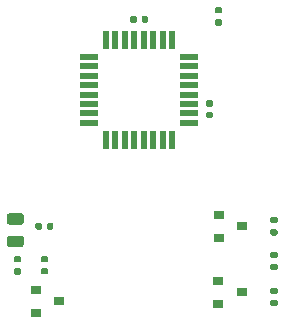
<source format=gtp>
%TF.GenerationSoftware,KiCad,Pcbnew,5.1.10-88a1d61d58~88~ubuntu18.04.1*%
%TF.CreationDate,2021-08-09T12:07:12+05:30*%
%TF.ProjectId,dhadak,64686164-616b-42e6-9b69-6361645f7063,1*%
%TF.SameCoordinates,Original*%
%TF.FileFunction,Paste,Top*%
%TF.FilePolarity,Positive*%
%FSLAX46Y46*%
G04 Gerber Fmt 4.6, Leading zero omitted, Abs format (unit mm)*
G04 Created by KiCad (PCBNEW 5.1.10-88a1d61d58~88~ubuntu18.04.1) date 2021-08-09 12:07:12*
%MOMM*%
%LPD*%
G01*
G04 APERTURE LIST*
%ADD10R,0.900000X0.800000*%
%ADD11R,1.600000X0.550000*%
%ADD12R,0.550000X1.600000*%
G04 APERTURE END LIST*
%TO.C,C8*%
G36*
G01*
X121201200Y-119006200D02*
X120251200Y-119006200D01*
G75*
G02*
X120001200Y-118756200I0J250000D01*
G01*
X120001200Y-118256200D01*
G75*
G02*
X120251200Y-118006200I250000J0D01*
G01*
X121201200Y-118006200D01*
G75*
G02*
X121451200Y-118256200I0J-250000D01*
G01*
X121451200Y-118756200D01*
G75*
G02*
X121201200Y-119006200I-250000J0D01*
G01*
G37*
G36*
G01*
X121201200Y-120906200D02*
X120251200Y-120906200D01*
G75*
G02*
X120001200Y-120656200I0J250000D01*
G01*
X120001200Y-120156200D01*
G75*
G02*
X120251200Y-119906200I250000J0D01*
G01*
X121201200Y-119906200D01*
G75*
G02*
X121451200Y-120156200I0J-250000D01*
G01*
X121451200Y-120656200D01*
G75*
G02*
X121201200Y-120906200I-250000J0D01*
G01*
G37*
%TD*%
%TO.C,R3*%
G36*
G01*
X138107000Y-101106000D02*
X137737000Y-101106000D01*
G75*
G02*
X137602000Y-100971000I0J135000D01*
G01*
X137602000Y-100701000D01*
G75*
G02*
X137737000Y-100566000I135000J0D01*
G01*
X138107000Y-100566000D01*
G75*
G02*
X138242000Y-100701000I0J-135000D01*
G01*
X138242000Y-100971000D01*
G75*
G02*
X138107000Y-101106000I-135000J0D01*
G01*
G37*
G36*
G01*
X138107000Y-102126000D02*
X137737000Y-102126000D01*
G75*
G02*
X137602000Y-101991000I0J135000D01*
G01*
X137602000Y-101721000D01*
G75*
G02*
X137737000Y-101586000I135000J0D01*
G01*
X138107000Y-101586000D01*
G75*
G02*
X138242000Y-101721000I0J-135000D01*
G01*
X138242000Y-101991000D01*
G75*
G02*
X138107000Y-102126000I-135000J0D01*
G01*
G37*
%TD*%
%TO.C,R13*%
G36*
G01*
X121089000Y-122190000D02*
X120719000Y-122190000D01*
G75*
G02*
X120584000Y-122055000I0J135000D01*
G01*
X120584000Y-121785000D01*
G75*
G02*
X120719000Y-121650000I135000J0D01*
G01*
X121089000Y-121650000D01*
G75*
G02*
X121224000Y-121785000I0J-135000D01*
G01*
X121224000Y-122055000D01*
G75*
G02*
X121089000Y-122190000I-135000J0D01*
G01*
G37*
G36*
G01*
X121089000Y-123210000D02*
X120719000Y-123210000D01*
G75*
G02*
X120584000Y-123075000I0J135000D01*
G01*
X120584000Y-122805000D01*
G75*
G02*
X120719000Y-122670000I135000J0D01*
G01*
X121089000Y-122670000D01*
G75*
G02*
X121224000Y-122805000I0J-135000D01*
G01*
X121224000Y-123075000D01*
G75*
G02*
X121089000Y-123210000I-135000J0D01*
G01*
G37*
%TD*%
%TO.C,R12*%
G36*
G01*
X123375000Y-122186000D02*
X123005000Y-122186000D01*
G75*
G02*
X122870000Y-122051000I0J135000D01*
G01*
X122870000Y-121781000D01*
G75*
G02*
X123005000Y-121646000I135000J0D01*
G01*
X123375000Y-121646000D01*
G75*
G02*
X123510000Y-121781000I0J-135000D01*
G01*
X123510000Y-122051000D01*
G75*
G02*
X123375000Y-122186000I-135000J0D01*
G01*
G37*
G36*
G01*
X123375000Y-123206000D02*
X123005000Y-123206000D01*
G75*
G02*
X122870000Y-123071000I0J135000D01*
G01*
X122870000Y-122801000D01*
G75*
G02*
X123005000Y-122666000I135000J0D01*
G01*
X123375000Y-122666000D01*
G75*
G02*
X123510000Y-122801000I0J-135000D01*
G01*
X123510000Y-123071000D01*
G75*
G02*
X123375000Y-123206000I-135000J0D01*
G01*
G37*
%TD*%
%TO.C,R11*%
G36*
G01*
X142806000Y-119906000D02*
X142436000Y-119906000D01*
G75*
G02*
X142301000Y-119771000I0J135000D01*
G01*
X142301000Y-119501000D01*
G75*
G02*
X142436000Y-119366000I135000J0D01*
G01*
X142806000Y-119366000D01*
G75*
G02*
X142941000Y-119501000I0J-135000D01*
G01*
X142941000Y-119771000D01*
G75*
G02*
X142806000Y-119906000I-135000J0D01*
G01*
G37*
G36*
G01*
X142806000Y-118886000D02*
X142436000Y-118886000D01*
G75*
G02*
X142301000Y-118751000I0J135000D01*
G01*
X142301000Y-118481000D01*
G75*
G02*
X142436000Y-118346000I135000J0D01*
G01*
X142806000Y-118346000D01*
G75*
G02*
X142941000Y-118481000I0J-135000D01*
G01*
X142941000Y-118751000D01*
G75*
G02*
X142806000Y-118886000I-135000J0D01*
G01*
G37*
%TD*%
%TO.C,R10*%
G36*
G01*
X142436000Y-125337000D02*
X142806000Y-125337000D01*
G75*
G02*
X142941000Y-125472000I0J-135000D01*
G01*
X142941000Y-125742000D01*
G75*
G02*
X142806000Y-125877000I-135000J0D01*
G01*
X142436000Y-125877000D01*
G75*
G02*
X142301000Y-125742000I0J135000D01*
G01*
X142301000Y-125472000D01*
G75*
G02*
X142436000Y-125337000I135000J0D01*
G01*
G37*
G36*
G01*
X142436000Y-124317000D02*
X142806000Y-124317000D01*
G75*
G02*
X142941000Y-124452000I0J-135000D01*
G01*
X142941000Y-124722000D01*
G75*
G02*
X142806000Y-124857000I-135000J0D01*
G01*
X142436000Y-124857000D01*
G75*
G02*
X142301000Y-124722000I0J135000D01*
G01*
X142301000Y-124452000D01*
G75*
G02*
X142436000Y-124317000I135000J0D01*
G01*
G37*
%TD*%
%TO.C,R9*%
G36*
G01*
X142436000Y-122287000D02*
X142806000Y-122287000D01*
G75*
G02*
X142941000Y-122422000I0J-135000D01*
G01*
X142941000Y-122692000D01*
G75*
G02*
X142806000Y-122827000I-135000J0D01*
G01*
X142436000Y-122827000D01*
G75*
G02*
X142301000Y-122692000I0J135000D01*
G01*
X142301000Y-122422000D01*
G75*
G02*
X142436000Y-122287000I135000J0D01*
G01*
G37*
G36*
G01*
X142436000Y-121267000D02*
X142806000Y-121267000D01*
G75*
G02*
X142941000Y-121402000I0J-135000D01*
G01*
X142941000Y-121672000D01*
G75*
G02*
X142806000Y-121807000I-135000J0D01*
G01*
X142436000Y-121807000D01*
G75*
G02*
X142301000Y-121672000I0J135000D01*
G01*
X142301000Y-121402000D01*
G75*
G02*
X142436000Y-121267000I135000J0D01*
G01*
G37*
%TD*%
%TO.C,C7*%
G36*
G01*
X123390000Y-119296000D02*
X123390000Y-118956000D01*
G75*
G02*
X123530000Y-118816000I140000J0D01*
G01*
X123810000Y-118816000D01*
G75*
G02*
X123950000Y-118956000I0J-140000D01*
G01*
X123950000Y-119296000D01*
G75*
G02*
X123810000Y-119436000I-140000J0D01*
G01*
X123530000Y-119436000D01*
G75*
G02*
X123390000Y-119296000I0J140000D01*
G01*
G37*
G36*
G01*
X122430000Y-119296000D02*
X122430000Y-118956000D01*
G75*
G02*
X122570000Y-118816000I140000J0D01*
G01*
X122850000Y-118816000D01*
G75*
G02*
X122990000Y-118956000I0J-140000D01*
G01*
X122990000Y-119296000D01*
G75*
G02*
X122850000Y-119436000I-140000J0D01*
G01*
X122570000Y-119436000D01*
G75*
G02*
X122430000Y-119296000I0J140000D01*
G01*
G37*
%TD*%
%TO.C,C2*%
G36*
G01*
X136990000Y-109420000D02*
X137330000Y-109420000D01*
G75*
G02*
X137470000Y-109560000I0J-140000D01*
G01*
X137470000Y-109840000D01*
G75*
G02*
X137330000Y-109980000I-140000J0D01*
G01*
X136990000Y-109980000D01*
G75*
G02*
X136850000Y-109840000I0J140000D01*
G01*
X136850000Y-109560000D01*
G75*
G02*
X136990000Y-109420000I140000J0D01*
G01*
G37*
G36*
G01*
X136990000Y-108460000D02*
X137330000Y-108460000D01*
G75*
G02*
X137470000Y-108600000I0J-140000D01*
G01*
X137470000Y-108880000D01*
G75*
G02*
X137330000Y-109020000I-140000J0D01*
G01*
X136990000Y-109020000D01*
G75*
G02*
X136850000Y-108880000I0J140000D01*
G01*
X136850000Y-108600000D01*
G75*
G02*
X136990000Y-108460000I140000J0D01*
G01*
G37*
%TD*%
%TO.C,C1*%
G36*
G01*
X131419000Y-101770000D02*
X131419000Y-101430000D01*
G75*
G02*
X131559000Y-101290000I140000J0D01*
G01*
X131839000Y-101290000D01*
G75*
G02*
X131979000Y-101430000I0J-140000D01*
G01*
X131979000Y-101770000D01*
G75*
G02*
X131839000Y-101910000I-140000J0D01*
G01*
X131559000Y-101910000D01*
G75*
G02*
X131419000Y-101770000I0J140000D01*
G01*
G37*
G36*
G01*
X130459000Y-101770000D02*
X130459000Y-101430000D01*
G75*
G02*
X130599000Y-101290000I140000J0D01*
G01*
X130879000Y-101290000D01*
G75*
G02*
X131019000Y-101430000I0J-140000D01*
G01*
X131019000Y-101770000D01*
G75*
G02*
X130879000Y-101910000I-140000J0D01*
G01*
X130599000Y-101910000D01*
G75*
G02*
X130459000Y-101770000I0J140000D01*
G01*
G37*
%TD*%
D10*
%TO.C,Q4*%
X137954000Y-118176000D03*
X137954000Y-120076000D03*
X139954000Y-119126000D03*
%TD*%
%TO.C,Q5*%
X137922000Y-123764000D03*
X137922000Y-125664000D03*
X139922000Y-124714000D03*
%TD*%
%TO.C,Q6*%
X122444000Y-124526000D03*
X122444000Y-126426000D03*
X124444000Y-125476000D03*
%TD*%
D11*
%TO.C,U1*%
X126941000Y-104769000D03*
X126941000Y-105569000D03*
X126941000Y-106369000D03*
X126941000Y-107169000D03*
X126941000Y-107969000D03*
X126941000Y-108769000D03*
X126941000Y-109569000D03*
X126941000Y-110369000D03*
D12*
X128391000Y-111819000D03*
X129191000Y-111819000D03*
X129991000Y-111819000D03*
X130791000Y-111819000D03*
X131591000Y-111819000D03*
X132391000Y-111819000D03*
X133191000Y-111819000D03*
X133991000Y-111819000D03*
D11*
X135441000Y-110369000D03*
X135441000Y-109569000D03*
X135441000Y-108769000D03*
X135441000Y-107969000D03*
X135441000Y-107169000D03*
X135441000Y-106369000D03*
X135441000Y-105569000D03*
X135441000Y-104769000D03*
D12*
X133991000Y-103319000D03*
X133191000Y-103319000D03*
X132391000Y-103319000D03*
X131591000Y-103319000D03*
X130791000Y-103319000D03*
X129991000Y-103319000D03*
X129191000Y-103319000D03*
X128391000Y-103319000D03*
%TD*%
M02*

</source>
